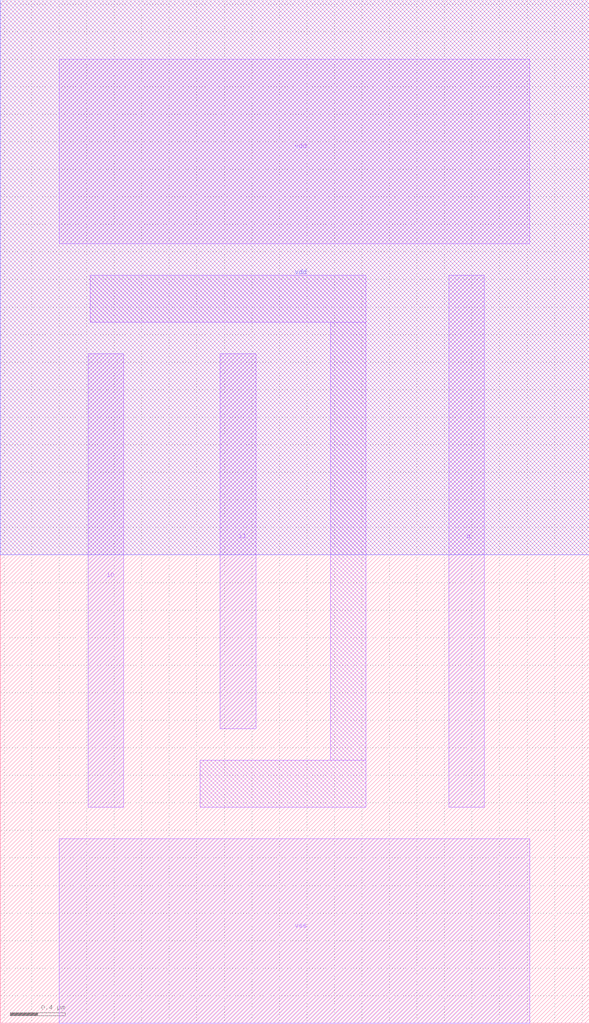
<source format=lef>
VERSION 5.7 ;
  NOWIREEXTENSIONATPIN ON ;
  DIVIDERCHAR "/" ;
  BUSBITCHARS "[]" ;
MACRO or2_x1
  CLASS BLOCK ;
  FOREIGN or2_x1 ;
  ORIGIN 0.430 0.000 ;
  SIZE 4.280 BY 7.430 ;
  PIN vss
    ANTENNADIFFAREA 2.606600 ;
    PORT
      LAYER Metal1 ;
        RECT 0.000 0.000 3.420 1.340 ;
    END
  END vss
  PIN vdd
    ANTENNADIFFAREA 2.307400 ;
    PORT
      LAYER Nwell ;
        RECT -0.430 3.400 3.850 7.430 ;
      LAYER Metal1 ;
        RECT 0.000 5.660 3.420 7.000 ;
    END
  END vdd
  PIN i0
    ANTENNAGATEAREA 0.492800 ;
    PORT
      LAYER Metal1 ;
        RECT 0.210 1.570 0.470 4.860 ;
    END
  END i0
  PIN i1
    ANTENNAGATEAREA 0.492800 ;
    PORT
      LAYER Metal1 ;
        RECT 1.170 2.140 1.430 4.860 ;
    END
  END i1
  PIN q
    ANTENNADIFFAREA 1.738000 ;
    PORT
      LAYER Metal1 ;
        RECT 2.830 1.570 3.090 5.430 ;
    END
  END q
  OBS
      LAYER Metal1 ;
        RECT 0.225 5.090 2.230 5.430 ;
        RECT 1.970 1.910 2.230 5.090 ;
        RECT 1.025 1.570 2.230 1.910 ;
  END
END or2_x1
END LIBRARY


</source>
